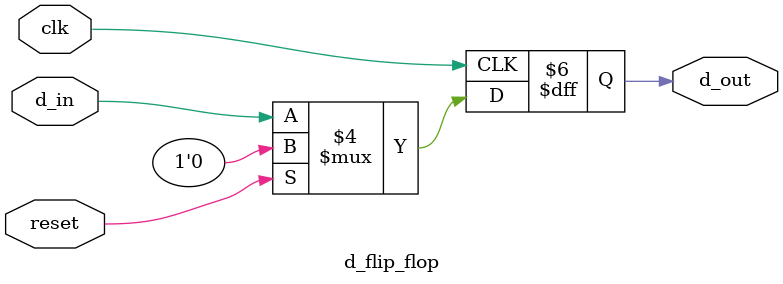
<source format=v>
`timescale 1ns / 1ps


module d_flip_flop(
    input d_in,
    input reset,
    input clk,  
    output d_out
    );
    
    reg d_out;
        
    always @(posedge clk)
    begin
        if(reset == 1'b1)
            d_out <= 1'b0;
        else 
            d_out <= d_in;
    end
    
endmodule

</source>
